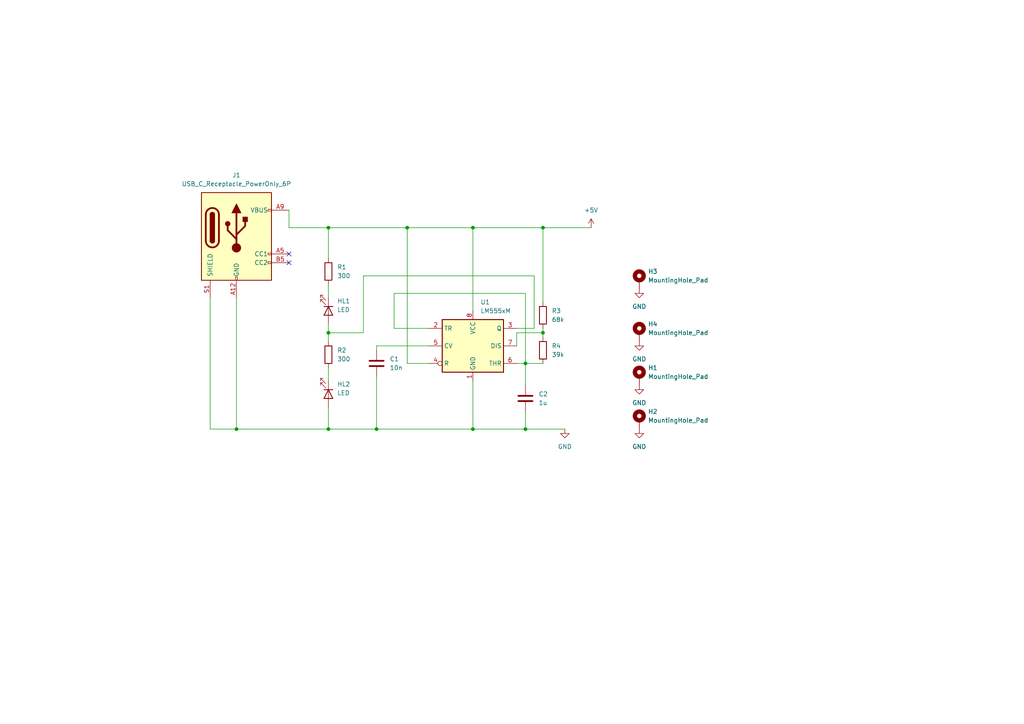
<source format=kicad_sch>
(kicad_sch
	(version 20231120)
	(generator "eeschema")
	(generator_version "8.0")
	(uuid "f89668c7-27f8-4a26-a55d-a05cc750e930")
	(paper "A4")
	(lib_symbols
		(symbol "Connector:USB_C_Receptacle_PowerOnly_6P"
			(pin_names
				(offset 1.016)
			)
			(exclude_from_sim no)
			(in_bom yes)
			(on_board yes)
			(property "Reference" "J"
				(at 0 16.51 0)
				(effects
					(font
						(size 1.27 1.27)
					)
					(justify bottom)
				)
			)
			(property "Value" "USB_C_Receptacle_PowerOnly_6P"
				(at 0 13.97 0)
				(effects
					(font
						(size 1.27 1.27)
					)
					(justify bottom)
				)
			)
			(property "Footprint" ""
				(at 3.81 2.54 0)
				(effects
					(font
						(size 1.27 1.27)
					)
					(hide yes)
				)
			)
			(property "Datasheet" "https://www.usb.org/sites/default/files/documents/usb_type-c.zip"
				(at 0 0 0)
				(effects
					(font
						(size 1.27 1.27)
					)
					(hide yes)
				)
			)
			(property "Description" "USB Power-Only 6P Type-C Receptacle connector"
				(at 0 0 0)
				(effects
					(font
						(size 1.27 1.27)
					)
					(hide yes)
				)
			)
			(property "ki_keywords" "usb universal serial bus type-C power-only charging-only 6P 6C"
				(at 0 0 0)
				(effects
					(font
						(size 1.27 1.27)
					)
					(hide yes)
				)
			)
			(property "ki_fp_filters" "USB*C*Receptacle*"
				(at 0 0 0)
				(effects
					(font
						(size 1.27 1.27)
					)
					(hide yes)
				)
			)
			(symbol "USB_C_Receptacle_PowerOnly_6P_0_0"
				(rectangle
					(start -0.254 -12.7)
					(end 0.254 -11.684)
					(stroke
						(width 0)
						(type default)
					)
					(fill
						(type none)
					)
				)
				(rectangle
					(start 10.16 -7.366)
					(end 9.144 -7.874)
					(stroke
						(width 0)
						(type default)
					)
					(fill
						(type none)
					)
				)
				(rectangle
					(start 10.16 -4.826)
					(end 9.144 -5.334)
					(stroke
						(width 0)
						(type default)
					)
					(fill
						(type none)
					)
				)
				(rectangle
					(start 10.16 7.874)
					(end 9.144 7.366)
					(stroke
						(width 0)
						(type default)
					)
					(fill
						(type none)
					)
				)
			)
			(symbol "USB_C_Receptacle_PowerOnly_6P_0_1"
				(rectangle
					(start -10.16 12.7)
					(end 10.16 -12.7)
					(stroke
						(width 0.254)
						(type default)
					)
					(fill
						(type background)
					)
				)
				(arc
					(start -8.89 -1.27)
					(mid -6.985 -3.1667)
					(end -5.08 -1.27)
					(stroke
						(width 0.508)
						(type default)
					)
					(fill
						(type none)
					)
				)
				(arc
					(start -7.62 -1.27)
					(mid -6.985 -1.9023)
					(end -6.35 -1.27)
					(stroke
						(width 0.254)
						(type default)
					)
					(fill
						(type none)
					)
				)
				(arc
					(start -7.62 -1.27)
					(mid -6.985 -1.9023)
					(end -6.35 -1.27)
					(stroke
						(width 0.254)
						(type default)
					)
					(fill
						(type outline)
					)
				)
				(rectangle
					(start -7.62 -1.27)
					(end -6.35 6.35)
					(stroke
						(width 0.254)
						(type default)
					)
					(fill
						(type outline)
					)
				)
				(arc
					(start -6.35 6.35)
					(mid -6.985 6.9823)
					(end -7.62 6.35)
					(stroke
						(width 0.254)
						(type default)
					)
					(fill
						(type none)
					)
				)
				(arc
					(start -6.35 6.35)
					(mid -6.985 6.9823)
					(end -7.62 6.35)
					(stroke
						(width 0.254)
						(type default)
					)
					(fill
						(type outline)
					)
				)
				(arc
					(start -5.08 6.35)
					(mid -6.985 8.2467)
					(end -8.89 6.35)
					(stroke
						(width 0.508)
						(type default)
					)
					(fill
						(type none)
					)
				)
				(circle
					(center -2.54 3.683)
					(radius 0.635)
					(stroke
						(width 0.254)
						(type default)
					)
					(fill
						(type outline)
					)
				)
				(circle
					(center 0 -3.302)
					(radius 1.27)
					(stroke
						(width 0)
						(type default)
					)
					(fill
						(type outline)
					)
				)
				(polyline
					(pts
						(xy -8.89 -1.27) (xy -8.89 6.35)
					)
					(stroke
						(width 0.508)
						(type default)
					)
					(fill
						(type none)
					)
				)
				(polyline
					(pts
						(xy -5.08 6.35) (xy -5.08 -1.27)
					)
					(stroke
						(width 0.508)
						(type default)
					)
					(fill
						(type none)
					)
				)
				(polyline
					(pts
						(xy 0 -3.302) (xy 0 6.858)
					)
					(stroke
						(width 0.508)
						(type default)
					)
					(fill
						(type none)
					)
				)
				(polyline
					(pts
						(xy 0 -0.762) (xy -2.54 1.778) (xy -2.54 3.048)
					)
					(stroke
						(width 0.508)
						(type default)
					)
					(fill
						(type none)
					)
				)
				(polyline
					(pts
						(xy 0 0.508) (xy 2.54 3.048) (xy 2.54 4.318)
					)
					(stroke
						(width 0.508)
						(type default)
					)
					(fill
						(type none)
					)
				)
				(polyline
					(pts
						(xy -1.27 6.858) (xy 0 9.398) (xy 1.27 6.858) (xy -1.27 6.858)
					)
					(stroke
						(width 0.254)
						(type default)
					)
					(fill
						(type outline)
					)
				)
				(rectangle
					(start 1.905 4.318)
					(end 3.175 5.588)
					(stroke
						(width 0.254)
						(type default)
					)
					(fill
						(type outline)
					)
				)
			)
			(symbol "USB_C_Receptacle_PowerOnly_6P_1_1"
				(pin passive line
					(at 0 -17.78 90)
					(length 5.08)
					(name "GND"
						(effects
							(font
								(size 1.27 1.27)
							)
						)
					)
					(number "A12"
						(effects
							(font
								(size 1.27 1.27)
							)
						)
					)
				)
				(pin bidirectional line
					(at 15.24 -5.08 180)
					(length 5.08)
					(name "CC1"
						(effects
							(font
								(size 1.27 1.27)
							)
						)
					)
					(number "A5"
						(effects
							(font
								(size 1.27 1.27)
							)
						)
					)
				)
				(pin passive line
					(at 15.24 7.62 180)
					(length 5.08)
					(name "VBUS"
						(effects
							(font
								(size 1.27 1.27)
							)
						)
					)
					(number "A9"
						(effects
							(font
								(size 1.27 1.27)
							)
						)
					)
				)
				(pin passive line
					(at 0 -17.78 90)
					(length 5.08) hide
					(name "GND"
						(effects
							(font
								(size 1.27 1.27)
							)
						)
					)
					(number "B12"
						(effects
							(font
								(size 1.27 1.27)
							)
						)
					)
				)
				(pin bidirectional line
					(at 15.24 -7.62 180)
					(length 5.08)
					(name "CC2"
						(effects
							(font
								(size 1.27 1.27)
							)
						)
					)
					(number "B5"
						(effects
							(font
								(size 1.27 1.27)
							)
						)
					)
				)
				(pin passive line
					(at 15.24 7.62 180)
					(length 5.08) hide
					(name "VBUS"
						(effects
							(font
								(size 1.27 1.27)
							)
						)
					)
					(number "B9"
						(effects
							(font
								(size 1.27 1.27)
							)
						)
					)
				)
				(pin passive line
					(at -7.62 -17.78 90)
					(length 5.08)
					(name "SHIELD"
						(effects
							(font
								(size 1.27 1.27)
							)
						)
					)
					(number "S1"
						(effects
							(font
								(size 1.27 1.27)
							)
						)
					)
				)
			)
		)
		(symbol "Device:C"
			(pin_numbers hide)
			(pin_names
				(offset 0.254)
			)
			(exclude_from_sim no)
			(in_bom yes)
			(on_board yes)
			(property "Reference" "C"
				(at 0.635 2.54 0)
				(effects
					(font
						(size 1.27 1.27)
					)
					(justify left)
				)
			)
			(property "Value" "C"
				(at 0.635 -2.54 0)
				(effects
					(font
						(size 1.27 1.27)
					)
					(justify left)
				)
			)
			(property "Footprint" ""
				(at 0.9652 -3.81 0)
				(effects
					(font
						(size 1.27 1.27)
					)
					(hide yes)
				)
			)
			(property "Datasheet" "~"
				(at 0 0 0)
				(effects
					(font
						(size 1.27 1.27)
					)
					(hide yes)
				)
			)
			(property "Description" "Unpolarized capacitor"
				(at 0 0 0)
				(effects
					(font
						(size 1.27 1.27)
					)
					(hide yes)
				)
			)
			(property "ki_keywords" "cap capacitor"
				(at 0 0 0)
				(effects
					(font
						(size 1.27 1.27)
					)
					(hide yes)
				)
			)
			(property "ki_fp_filters" "C_*"
				(at 0 0 0)
				(effects
					(font
						(size 1.27 1.27)
					)
					(hide yes)
				)
			)
			(symbol "C_0_1"
				(polyline
					(pts
						(xy -2.032 -0.762) (xy 2.032 -0.762)
					)
					(stroke
						(width 0.508)
						(type default)
					)
					(fill
						(type none)
					)
				)
				(polyline
					(pts
						(xy -2.032 0.762) (xy 2.032 0.762)
					)
					(stroke
						(width 0.508)
						(type default)
					)
					(fill
						(type none)
					)
				)
			)
			(symbol "C_1_1"
				(pin passive line
					(at 0 3.81 270)
					(length 2.794)
					(name "~"
						(effects
							(font
								(size 1.27 1.27)
							)
						)
					)
					(number "1"
						(effects
							(font
								(size 1.27 1.27)
							)
						)
					)
				)
				(pin passive line
					(at 0 -3.81 90)
					(length 2.794)
					(name "~"
						(effects
							(font
								(size 1.27 1.27)
							)
						)
					)
					(number "2"
						(effects
							(font
								(size 1.27 1.27)
							)
						)
					)
				)
			)
		)
		(symbol "Device:LED"
			(pin_numbers hide)
			(pin_names
				(offset 1.016) hide)
			(exclude_from_sim no)
			(in_bom yes)
			(on_board yes)
			(property "Reference" "D"
				(at 0 2.54 0)
				(effects
					(font
						(size 1.27 1.27)
					)
				)
			)
			(property "Value" "LED"
				(at 0 -2.54 0)
				(effects
					(font
						(size 1.27 1.27)
					)
				)
			)
			(property "Footprint" ""
				(at 0 0 0)
				(effects
					(font
						(size 1.27 1.27)
					)
					(hide yes)
				)
			)
			(property "Datasheet" "~"
				(at 0 0 0)
				(effects
					(font
						(size 1.27 1.27)
					)
					(hide yes)
				)
			)
			(property "Description" "Light emitting diode"
				(at 0 0 0)
				(effects
					(font
						(size 1.27 1.27)
					)
					(hide yes)
				)
			)
			(property "ki_keywords" "LED diode"
				(at 0 0 0)
				(effects
					(font
						(size 1.27 1.27)
					)
					(hide yes)
				)
			)
			(property "ki_fp_filters" "LED* LED_SMD:* LED_THT:*"
				(at 0 0 0)
				(effects
					(font
						(size 1.27 1.27)
					)
					(hide yes)
				)
			)
			(symbol "LED_0_1"
				(polyline
					(pts
						(xy -1.27 -1.27) (xy -1.27 1.27)
					)
					(stroke
						(width 0.254)
						(type default)
					)
					(fill
						(type none)
					)
				)
				(polyline
					(pts
						(xy -1.27 0) (xy 1.27 0)
					)
					(stroke
						(width 0)
						(type default)
					)
					(fill
						(type none)
					)
				)
				(polyline
					(pts
						(xy 1.27 -1.27) (xy 1.27 1.27) (xy -1.27 0) (xy 1.27 -1.27)
					)
					(stroke
						(width 0.254)
						(type default)
					)
					(fill
						(type none)
					)
				)
				(polyline
					(pts
						(xy -3.048 -0.762) (xy -4.572 -2.286) (xy -3.81 -2.286) (xy -4.572 -2.286) (xy -4.572 -1.524)
					)
					(stroke
						(width 0)
						(type default)
					)
					(fill
						(type none)
					)
				)
				(polyline
					(pts
						(xy -1.778 -0.762) (xy -3.302 -2.286) (xy -2.54 -2.286) (xy -3.302 -2.286) (xy -3.302 -1.524)
					)
					(stroke
						(width 0)
						(type default)
					)
					(fill
						(type none)
					)
				)
			)
			(symbol "LED_1_1"
				(pin passive line
					(at -3.81 0 0)
					(length 2.54)
					(name "K"
						(effects
							(font
								(size 1.27 1.27)
							)
						)
					)
					(number "1"
						(effects
							(font
								(size 1.27 1.27)
							)
						)
					)
				)
				(pin passive line
					(at 3.81 0 180)
					(length 2.54)
					(name "A"
						(effects
							(font
								(size 1.27 1.27)
							)
						)
					)
					(number "2"
						(effects
							(font
								(size 1.27 1.27)
							)
						)
					)
				)
			)
		)
		(symbol "Device:R"
			(pin_numbers hide)
			(pin_names
				(offset 0)
			)
			(exclude_from_sim no)
			(in_bom yes)
			(on_board yes)
			(property "Reference" "R"
				(at 2.032 0 90)
				(effects
					(font
						(size 1.27 1.27)
					)
				)
			)
			(property "Value" "R"
				(at 0 0 90)
				(effects
					(font
						(size 1.27 1.27)
					)
				)
			)
			(property "Footprint" ""
				(at -1.778 0 90)
				(effects
					(font
						(size 1.27 1.27)
					)
					(hide yes)
				)
			)
			(property "Datasheet" "~"
				(at 0 0 0)
				(effects
					(font
						(size 1.27 1.27)
					)
					(hide yes)
				)
			)
			(property "Description" "Resistor"
				(at 0 0 0)
				(effects
					(font
						(size 1.27 1.27)
					)
					(hide yes)
				)
			)
			(property "ki_keywords" "R res resistor"
				(at 0 0 0)
				(effects
					(font
						(size 1.27 1.27)
					)
					(hide yes)
				)
			)
			(property "ki_fp_filters" "R_*"
				(at 0 0 0)
				(effects
					(font
						(size 1.27 1.27)
					)
					(hide yes)
				)
			)
			(symbol "R_0_1"
				(rectangle
					(start -1.016 -2.54)
					(end 1.016 2.54)
					(stroke
						(width 0.254)
						(type default)
					)
					(fill
						(type none)
					)
				)
			)
			(symbol "R_1_1"
				(pin passive line
					(at 0 3.81 270)
					(length 1.27)
					(name "~"
						(effects
							(font
								(size 1.27 1.27)
							)
						)
					)
					(number "1"
						(effects
							(font
								(size 1.27 1.27)
							)
						)
					)
				)
				(pin passive line
					(at 0 -3.81 90)
					(length 1.27)
					(name "~"
						(effects
							(font
								(size 1.27 1.27)
							)
						)
					)
					(number "2"
						(effects
							(font
								(size 1.27 1.27)
							)
						)
					)
				)
			)
		)
		(symbol "Mechanical:MountingHole_Pad"
			(pin_numbers hide)
			(pin_names
				(offset 1.016) hide)
			(exclude_from_sim yes)
			(in_bom no)
			(on_board yes)
			(property "Reference" "H"
				(at 0 6.35 0)
				(effects
					(font
						(size 1.27 1.27)
					)
				)
			)
			(property "Value" "MountingHole_Pad"
				(at 0 4.445 0)
				(effects
					(font
						(size 1.27 1.27)
					)
				)
			)
			(property "Footprint" ""
				(at 0 0 0)
				(effects
					(font
						(size 1.27 1.27)
					)
					(hide yes)
				)
			)
			(property "Datasheet" "~"
				(at 0 0 0)
				(effects
					(font
						(size 1.27 1.27)
					)
					(hide yes)
				)
			)
			(property "Description" "Mounting Hole with connection"
				(at 0 0 0)
				(effects
					(font
						(size 1.27 1.27)
					)
					(hide yes)
				)
			)
			(property "ki_keywords" "mounting hole"
				(at 0 0 0)
				(effects
					(font
						(size 1.27 1.27)
					)
					(hide yes)
				)
			)
			(property "ki_fp_filters" "MountingHole*Pad*"
				(at 0 0 0)
				(effects
					(font
						(size 1.27 1.27)
					)
					(hide yes)
				)
			)
			(symbol "MountingHole_Pad_0_1"
				(circle
					(center 0 1.27)
					(radius 1.27)
					(stroke
						(width 1.27)
						(type default)
					)
					(fill
						(type none)
					)
				)
			)
			(symbol "MountingHole_Pad_1_1"
				(pin input line
					(at 0 -2.54 90)
					(length 2.54)
					(name "1"
						(effects
							(font
								(size 1.27 1.27)
							)
						)
					)
					(number "1"
						(effects
							(font
								(size 1.27 1.27)
							)
						)
					)
				)
			)
		)
		(symbol "Timer:LM555xM"
			(exclude_from_sim no)
			(in_bom yes)
			(on_board yes)
			(property "Reference" "U"
				(at -10.16 8.89 0)
				(effects
					(font
						(size 1.27 1.27)
					)
					(justify left)
				)
			)
			(property "Value" "LM555xM"
				(at 2.54 8.89 0)
				(effects
					(font
						(size 1.27 1.27)
					)
					(justify left)
				)
			)
			(property "Footprint" "Package_SO:SOIC-8_3.9x4.9mm_P1.27mm"
				(at 21.59 -10.16 0)
				(effects
					(font
						(size 1.27 1.27)
					)
					(hide yes)
				)
			)
			(property "Datasheet" "http://www.ti.com/lit/ds/symlink/lm555.pdf"
				(at 21.59 -10.16 0)
				(effects
					(font
						(size 1.27 1.27)
					)
					(hide yes)
				)
			)
			(property "Description" "Timer, 555 compatible, SOIC-8"
				(at 0 0 0)
				(effects
					(font
						(size 1.27 1.27)
					)
					(hide yes)
				)
			)
			(property "ki_keywords" "single timer 555"
				(at 0 0 0)
				(effects
					(font
						(size 1.27 1.27)
					)
					(hide yes)
				)
			)
			(property "ki_fp_filters" "SOIC*3.9x4.9mm*P1.27mm*"
				(at 0 0 0)
				(effects
					(font
						(size 1.27 1.27)
					)
					(hide yes)
				)
			)
			(symbol "LM555xM_0_0"
				(pin power_in line
					(at 0 -10.16 90)
					(length 2.54)
					(name "GND"
						(effects
							(font
								(size 1.27 1.27)
							)
						)
					)
					(number "1"
						(effects
							(font
								(size 1.27 1.27)
							)
						)
					)
				)
				(pin power_in line
					(at 0 10.16 270)
					(length 2.54)
					(name "VCC"
						(effects
							(font
								(size 1.27 1.27)
							)
						)
					)
					(number "8"
						(effects
							(font
								(size 1.27 1.27)
							)
						)
					)
				)
			)
			(symbol "LM555xM_0_1"
				(rectangle
					(start -8.89 -7.62)
					(end 8.89 7.62)
					(stroke
						(width 0.254)
						(type default)
					)
					(fill
						(type background)
					)
				)
				(rectangle
					(start -8.89 -7.62)
					(end 8.89 7.62)
					(stroke
						(width 0.254)
						(type default)
					)
					(fill
						(type background)
					)
				)
			)
			(symbol "LM555xM_1_1"
				(pin input line
					(at -12.7 5.08 0)
					(length 3.81)
					(name "TR"
						(effects
							(font
								(size 1.27 1.27)
							)
						)
					)
					(number "2"
						(effects
							(font
								(size 1.27 1.27)
							)
						)
					)
				)
				(pin output line
					(at 12.7 5.08 180)
					(length 3.81)
					(name "Q"
						(effects
							(font
								(size 1.27 1.27)
							)
						)
					)
					(number "3"
						(effects
							(font
								(size 1.27 1.27)
							)
						)
					)
				)
				(pin input inverted
					(at -12.7 -5.08 0)
					(length 3.81)
					(name "R"
						(effects
							(font
								(size 1.27 1.27)
							)
						)
					)
					(number "4"
						(effects
							(font
								(size 1.27 1.27)
							)
						)
					)
				)
				(pin input line
					(at -12.7 0 0)
					(length 3.81)
					(name "CV"
						(effects
							(font
								(size 1.27 1.27)
							)
						)
					)
					(number "5"
						(effects
							(font
								(size 1.27 1.27)
							)
						)
					)
				)
				(pin input line
					(at 12.7 -5.08 180)
					(length 3.81)
					(name "THR"
						(effects
							(font
								(size 1.27 1.27)
							)
						)
					)
					(number "6"
						(effects
							(font
								(size 1.27 1.27)
							)
						)
					)
				)
				(pin input line
					(at 12.7 0 180)
					(length 3.81)
					(name "DIS"
						(effects
							(font
								(size 1.27 1.27)
							)
						)
					)
					(number "7"
						(effects
							(font
								(size 1.27 1.27)
							)
						)
					)
				)
			)
		)
		(symbol "power:+5V"
			(power)
			(pin_numbers hide)
			(pin_names
				(offset 0) hide)
			(exclude_from_sim no)
			(in_bom yes)
			(on_board yes)
			(property "Reference" "#PWR"
				(at 0 -3.81 0)
				(effects
					(font
						(size 1.27 1.27)
					)
					(hide yes)
				)
			)
			(property "Value" "+5V"
				(at 0 3.556 0)
				(effects
					(font
						(size 1.27 1.27)
					)
				)
			)
			(property "Footprint" ""
				(at 0 0 0)
				(effects
					(font
						(size 1.27 1.27)
					)
					(hide yes)
				)
			)
			(property "Datasheet" ""
				(at 0 0 0)
				(effects
					(font
						(size 1.27 1.27)
					)
					(hide yes)
				)
			)
			(property "Description" "Power symbol creates a global label with name \"+5V\""
				(at 0 0 0)
				(effects
					(font
						(size 1.27 1.27)
					)
					(hide yes)
				)
			)
			(property "ki_keywords" "global power"
				(at 0 0 0)
				(effects
					(font
						(size 1.27 1.27)
					)
					(hide yes)
				)
			)
			(symbol "+5V_0_1"
				(polyline
					(pts
						(xy -0.762 1.27) (xy 0 2.54)
					)
					(stroke
						(width 0)
						(type default)
					)
					(fill
						(type none)
					)
				)
				(polyline
					(pts
						(xy 0 0) (xy 0 2.54)
					)
					(stroke
						(width 0)
						(type default)
					)
					(fill
						(type none)
					)
				)
				(polyline
					(pts
						(xy 0 2.54) (xy 0.762 1.27)
					)
					(stroke
						(width 0)
						(type default)
					)
					(fill
						(type none)
					)
				)
			)
			(symbol "+5V_1_1"
				(pin power_in line
					(at 0 0 90)
					(length 0)
					(name "~"
						(effects
							(font
								(size 1.27 1.27)
							)
						)
					)
					(number "1"
						(effects
							(font
								(size 1.27 1.27)
							)
						)
					)
				)
			)
		)
		(symbol "power:GND"
			(power)
			(pin_numbers hide)
			(pin_names
				(offset 0) hide)
			(exclude_from_sim no)
			(in_bom yes)
			(on_board yes)
			(property "Reference" "#PWR"
				(at 0 -6.35 0)
				(effects
					(font
						(size 1.27 1.27)
					)
					(hide yes)
				)
			)
			(property "Value" "GND"
				(at 0 -3.81 0)
				(effects
					(font
						(size 1.27 1.27)
					)
				)
			)
			(property "Footprint" ""
				(at 0 0 0)
				(effects
					(font
						(size 1.27 1.27)
					)
					(hide yes)
				)
			)
			(property "Datasheet" ""
				(at 0 0 0)
				(effects
					(font
						(size 1.27 1.27)
					)
					(hide yes)
				)
			)
			(property "Description" "Power symbol creates a global label with name \"GND\" , ground"
				(at 0 0 0)
				(effects
					(font
						(size 1.27 1.27)
					)
					(hide yes)
				)
			)
			(property "ki_keywords" "global power"
				(at 0 0 0)
				(effects
					(font
						(size 1.27 1.27)
					)
					(hide yes)
				)
			)
			(symbol "GND_0_1"
				(polyline
					(pts
						(xy 0 0) (xy 0 -1.27) (xy 1.27 -1.27) (xy 0 -2.54) (xy -1.27 -1.27) (xy 0 -1.27)
					)
					(stroke
						(width 0)
						(type default)
					)
					(fill
						(type none)
					)
				)
			)
			(symbol "GND_1_1"
				(pin power_in line
					(at 0 0 270)
					(length 0)
					(name "~"
						(effects
							(font
								(size 1.27 1.27)
							)
						)
					)
					(number "1"
						(effects
							(font
								(size 1.27 1.27)
							)
						)
					)
				)
			)
		)
	)
	(junction
		(at 118.11 66.04)
		(diameter 0)
		(color 0 0 0 0)
		(uuid "0e262ae7-f049-4e3d-815e-71f6b89adc96")
	)
	(junction
		(at 95.25 66.04)
		(diameter 0)
		(color 0 0 0 0)
		(uuid "1bea6d85-788c-4a5e-94cc-0892ef4b547d")
	)
	(junction
		(at 137.16 66.04)
		(diameter 0)
		(color 0 0 0 0)
		(uuid "212cea1f-23f6-4a31-8bdc-99456337693c")
	)
	(junction
		(at 152.4 124.46)
		(diameter 0)
		(color 0 0 0 0)
		(uuid "2825d658-685b-4f7a-9ef4-45c3ff684db0")
	)
	(junction
		(at 109.22 124.46)
		(diameter 0)
		(color 0 0 0 0)
		(uuid "2e8b3246-e633-4ea3-911c-9d1a5e804067")
	)
	(junction
		(at 157.48 66.04)
		(diameter 0)
		(color 0 0 0 0)
		(uuid "31672d77-ce3b-4cfb-b793-ff865525baf6")
	)
	(junction
		(at 137.16 124.46)
		(diameter 0)
		(color 0 0 0 0)
		(uuid "3c98dabf-d07a-40e5-b2a9-2da61351345f")
	)
	(junction
		(at 95.25 96.52)
		(diameter 0)
		(color 0 0 0 0)
		(uuid "62b49ec3-a988-48a4-8f1f-d445fb65af79")
	)
	(junction
		(at 152.4 105.41)
		(diameter 0)
		(color 0 0 0 0)
		(uuid "66f2a5d6-5f05-47e4-9354-25624fcead2e")
	)
	(junction
		(at 95.25 124.46)
		(diameter 0)
		(color 0 0 0 0)
		(uuid "6e941efa-b64e-4bec-b959-7d3b9bb8d7e7")
	)
	(junction
		(at 157.48 96.52)
		(diameter 0)
		(color 0 0 0 0)
		(uuid "7cf58e8b-e650-4b05-b4b1-f2104ea953bc")
	)
	(junction
		(at 68.58 124.46)
		(diameter 0)
		(color 0 0 0 0)
		(uuid "da1f0923-8f3c-4753-9a29-1057b12fc18d")
	)
	(no_connect
		(at 83.82 76.2)
		(uuid "9eaf5cb3-781a-40cb-b121-e293f9230fbd")
	)
	(no_connect
		(at 83.82 73.66)
		(uuid "e9797763-4313-4b8f-a921-69cf8ada8de9")
	)
	(wire
		(pts
			(xy 152.4 105.41) (xy 152.4 111.76)
		)
		(stroke
			(width 0)
			(type default)
		)
		(uuid "095d9caf-af20-4740-9dc4-2f127c405d7a")
	)
	(wire
		(pts
			(xy 114.3 95.25) (xy 114.3 85.09)
		)
		(stroke
			(width 0)
			(type default)
		)
		(uuid "0c5f47e7-63c3-4209-bb94-a9d089ec0d26")
	)
	(wire
		(pts
			(xy 149.86 105.41) (xy 152.4 105.41)
		)
		(stroke
			(width 0)
			(type default)
		)
		(uuid "118ebc15-ac9b-4714-9120-634ca58aaeb4")
	)
	(wire
		(pts
			(xy 124.46 95.25) (xy 114.3 95.25)
		)
		(stroke
			(width 0)
			(type default)
		)
		(uuid "12b866ee-2a62-4463-95da-eae1f1781327")
	)
	(wire
		(pts
			(xy 157.48 66.04) (xy 157.48 87.63)
		)
		(stroke
			(width 0)
			(type default)
		)
		(uuid "14715c05-f5d1-492a-a124-678c7fd95af4")
	)
	(wire
		(pts
			(xy 118.11 66.04) (xy 137.16 66.04)
		)
		(stroke
			(width 0)
			(type default)
		)
		(uuid "187c4695-b36a-4030-8eff-e9e21210d5cb")
	)
	(wire
		(pts
			(xy 105.41 80.01) (xy 105.41 96.52)
		)
		(stroke
			(width 0)
			(type default)
		)
		(uuid "20022f3d-cbdc-48c6-b701-4ad7d4c1e86d")
	)
	(wire
		(pts
			(xy 95.25 96.52) (xy 95.25 93.98)
		)
		(stroke
			(width 0)
			(type default)
		)
		(uuid "2c8c59b5-62a3-4724-b94a-6999dcfb1ca0")
	)
	(wire
		(pts
			(xy 149.86 96.52) (xy 157.48 96.52)
		)
		(stroke
			(width 0)
			(type default)
		)
		(uuid "3dab63ae-3f52-471f-b238-4659fa0327bb")
	)
	(wire
		(pts
			(xy 118.11 105.41) (xy 118.11 66.04)
		)
		(stroke
			(width 0)
			(type default)
		)
		(uuid "3e09bd66-379a-49fe-8ed2-5102fc011a33")
	)
	(wire
		(pts
			(xy 137.16 110.49) (xy 137.16 124.46)
		)
		(stroke
			(width 0)
			(type default)
		)
		(uuid "3e7a6033-e207-4a49-af40-fb482a0ba8b8")
	)
	(wire
		(pts
			(xy 109.22 100.33) (xy 109.22 101.6)
		)
		(stroke
			(width 0)
			(type default)
		)
		(uuid "4c196de3-b7cc-4ab6-b020-53101e31b630")
	)
	(wire
		(pts
			(xy 83.82 66.04) (xy 95.25 66.04)
		)
		(stroke
			(width 0)
			(type default)
		)
		(uuid "5278f946-f435-4e62-b497-94e983e798a4")
	)
	(wire
		(pts
			(xy 152.4 85.09) (xy 152.4 105.41)
		)
		(stroke
			(width 0)
			(type default)
		)
		(uuid "674f830b-fe92-4553-a3b1-e54929058676")
	)
	(wire
		(pts
			(xy 157.48 95.25) (xy 157.48 96.52)
		)
		(stroke
			(width 0)
			(type default)
		)
		(uuid "693f0971-5d0a-480d-9074-ce9c52d44ccb")
	)
	(wire
		(pts
			(xy 137.16 124.46) (xy 109.22 124.46)
		)
		(stroke
			(width 0)
			(type default)
		)
		(uuid "695c6cb7-0b93-4be8-b986-fc95647866b8")
	)
	(wire
		(pts
			(xy 137.16 66.04) (xy 137.16 90.17)
		)
		(stroke
			(width 0)
			(type default)
		)
		(uuid "6a08f8b5-4f60-4067-9038-a518253c7f13")
	)
	(wire
		(pts
			(xy 109.22 109.22) (xy 109.22 124.46)
		)
		(stroke
			(width 0)
			(type default)
		)
		(uuid "6a2626f8-47c8-4734-b760-2df1b4ffb621")
	)
	(wire
		(pts
			(xy 149.86 95.25) (xy 154.94 95.25)
		)
		(stroke
			(width 0)
			(type default)
		)
		(uuid "72a871bf-2c07-4268-93f4-84dbad65522a")
	)
	(wire
		(pts
			(xy 68.58 124.46) (xy 95.25 124.46)
		)
		(stroke
			(width 0)
			(type default)
		)
		(uuid "72ebfd06-f393-459b-b267-8826bc532491")
	)
	(wire
		(pts
			(xy 137.16 66.04) (xy 157.48 66.04)
		)
		(stroke
			(width 0)
			(type default)
		)
		(uuid "7325282d-58f0-4674-a1ba-d06be5367b65")
	)
	(wire
		(pts
			(xy 154.94 80.01) (xy 105.41 80.01)
		)
		(stroke
			(width 0)
			(type default)
		)
		(uuid "883ddac8-b445-4fb3-bcd8-9aa515e68d7f")
	)
	(wire
		(pts
			(xy 154.94 95.25) (xy 154.94 80.01)
		)
		(stroke
			(width 0)
			(type default)
		)
		(uuid "88d3178d-6a58-478b-a946-646704de103b")
	)
	(wire
		(pts
			(xy 95.25 99.06) (xy 95.25 96.52)
		)
		(stroke
			(width 0)
			(type default)
		)
		(uuid "8dc5ab92-3ee4-49a2-a201-5900609a463d")
	)
	(wire
		(pts
			(xy 95.25 66.04) (xy 118.11 66.04)
		)
		(stroke
			(width 0)
			(type default)
		)
		(uuid "8fe5c225-5a8b-4758-9f2e-37133409fdc1")
	)
	(wire
		(pts
			(xy 83.82 60.96) (xy 83.82 66.04)
		)
		(stroke
			(width 0)
			(type default)
		)
		(uuid "952a2105-b0a9-410f-a93e-a07bd5ca9162")
	)
	(wire
		(pts
			(xy 95.25 74.93) (xy 95.25 66.04)
		)
		(stroke
			(width 0)
			(type default)
		)
		(uuid "98e13a99-942f-4724-ba37-714f6dcd10fa")
	)
	(wire
		(pts
			(xy 109.22 124.46) (xy 95.25 124.46)
		)
		(stroke
			(width 0)
			(type default)
		)
		(uuid "9c299d94-8990-4700-a9e9-29a61d043e85")
	)
	(wire
		(pts
			(xy 124.46 105.41) (xy 118.11 105.41)
		)
		(stroke
			(width 0)
			(type default)
		)
		(uuid "9c657990-f135-4297-97c1-9d5e27d88bec")
	)
	(wire
		(pts
			(xy 68.58 86.36) (xy 68.58 124.46)
		)
		(stroke
			(width 0)
			(type default)
		)
		(uuid "9cadf4fb-3f91-4998-b6fe-0bc0398ad6f7")
	)
	(wire
		(pts
			(xy 149.86 100.33) (xy 149.86 96.52)
		)
		(stroke
			(width 0)
			(type default)
		)
		(uuid "9d2d4406-6a5b-4ad2-a657-d476d41c7868")
	)
	(wire
		(pts
			(xy 163.83 124.46) (xy 152.4 124.46)
		)
		(stroke
			(width 0)
			(type default)
		)
		(uuid "a3cb44e0-4331-4769-a35f-1cb9daf04d8c")
	)
	(wire
		(pts
			(xy 60.96 124.46) (xy 60.96 86.36)
		)
		(stroke
			(width 0)
			(type default)
		)
		(uuid "b2d0a3ff-0d76-4e25-899e-5be6a82d12e1")
	)
	(wire
		(pts
			(xy 95.25 86.36) (xy 95.25 82.55)
		)
		(stroke
			(width 0)
			(type default)
		)
		(uuid "b46e21b7-0ed4-4e80-a93d-d72a63c38c14")
	)
	(wire
		(pts
			(xy 157.48 66.04) (xy 171.45 66.04)
		)
		(stroke
			(width 0)
			(type default)
		)
		(uuid "b896a3a7-5919-467d-9df1-9ac03202d168")
	)
	(wire
		(pts
			(xy 124.46 100.33) (xy 109.22 100.33)
		)
		(stroke
			(width 0)
			(type default)
		)
		(uuid "c22e8c19-79b2-414e-bfbc-0ba9838bcbc7")
	)
	(wire
		(pts
			(xy 152.4 105.41) (xy 157.48 105.41)
		)
		(stroke
			(width 0)
			(type default)
		)
		(uuid "cb556854-cc80-4698-9274-7fe0f0c5eabc")
	)
	(wire
		(pts
			(xy 95.25 124.46) (xy 95.25 118.11)
		)
		(stroke
			(width 0)
			(type default)
		)
		(uuid "d66cb809-57db-4265-8a1a-cea7919932c4")
	)
	(wire
		(pts
			(xy 114.3 85.09) (xy 152.4 85.09)
		)
		(stroke
			(width 0)
			(type default)
		)
		(uuid "e57de1c1-c289-42a8-ae9e-e7e7c556a5ea")
	)
	(wire
		(pts
			(xy 157.48 96.52) (xy 157.48 97.79)
		)
		(stroke
			(width 0)
			(type default)
		)
		(uuid "ea0e9647-334e-4537-8918-419a1ac1577b")
	)
	(wire
		(pts
			(xy 60.96 124.46) (xy 68.58 124.46)
		)
		(stroke
			(width 0)
			(type default)
		)
		(uuid "ebe61847-9952-4e9b-821f-549b6a175eff")
	)
	(wire
		(pts
			(xy 152.4 119.38) (xy 152.4 124.46)
		)
		(stroke
			(width 0)
			(type default)
		)
		(uuid "ed2b3b52-198f-4ce6-aa4e-d6a655c023d7")
	)
	(wire
		(pts
			(xy 105.41 96.52) (xy 95.25 96.52)
		)
		(stroke
			(width 0)
			(type default)
		)
		(uuid "f0e7bfd3-da09-4bb6-8808-02b7137b09ab")
	)
	(wire
		(pts
			(xy 95.25 110.49) (xy 95.25 106.68)
		)
		(stroke
			(width 0)
			(type default)
		)
		(uuid "f14da5e0-2d8e-4bf5-ad9d-1bc6f0302b2d")
	)
	(wire
		(pts
			(xy 152.4 124.46) (xy 137.16 124.46)
		)
		(stroke
			(width 0)
			(type default)
		)
		(uuid "f77b898f-ed0e-43f0-9915-7fa272c675b0")
	)
	(symbol
		(lib_id "Mechanical:MountingHole_Pad")
		(at 185.42 121.92 0)
		(unit 1)
		(exclude_from_sim yes)
		(in_bom no)
		(on_board yes)
		(dnp no)
		(fields_autoplaced yes)
		(uuid "199a637b-acdd-4d5a-a475-3f9db0df394c")
		(property "Reference" "H2"
			(at 187.96 119.3799 0)
			(effects
				(font
					(size 1.27 1.27)
				)
				(justify left)
			)
		)
		(property "Value" "MountingHole_Pad"
			(at 187.96 121.9199 0)
			(effects
				(font
					(size 1.27 1.27)
				)
				(justify left)
			)
		)
		(property "Footprint" "MountingHole:MountingHole_3.5mm_Pad_Via"
			(at 185.42 121.92 0)
			(effects
				(font
					(size 1.27 1.27)
				)
				(hide yes)
			)
		)
		(property "Datasheet" "~"
			(at 185.42 121.92 0)
			(effects
				(font
					(size 1.27 1.27)
				)
				(hide yes)
			)
		)
		(property "Description" "Mounting Hole with connection"
			(at 185.42 121.92 0)
			(effects
				(font
					(size 1.27 1.27)
				)
				(hide yes)
			)
		)
		(pin "1"
			(uuid "925ca9a3-418c-4b3f-8f3d-c964cb93db74")
		)
		(instances
			(project "Pcb_intro_timer"
				(path "/f89668c7-27f8-4a26-a55d-a05cc750e930"
					(reference "H2")
					(unit 1)
				)
			)
		)
	)
	(symbol
		(lib_id "Device:C")
		(at 109.22 105.41 0)
		(unit 1)
		(exclude_from_sim no)
		(in_bom yes)
		(on_board yes)
		(dnp no)
		(fields_autoplaced yes)
		(uuid "4bf29bc5-3b1b-4b4e-800d-f7925915af6c")
		(property "Reference" "C1"
			(at 113.03 104.1399 0)
			(effects
				(font
					(size 1.27 1.27)
				)
				(justify left)
			)
		)
		(property "Value" "10n"
			(at 113.03 106.6799 0)
			(effects
				(font
					(size 1.27 1.27)
				)
				(justify left)
			)
		)
		(property "Footprint" "Capacitor_SMD:C_0805_2012Metric"
			(at 110.1852 109.22 0)
			(effects
				(font
					(size 1.27 1.27)
				)
				(hide yes)
			)
		)
		(property "Datasheet" "~"
			(at 109.22 105.41 0)
			(effects
				(font
					(size 1.27 1.27)
				)
				(hide yes)
			)
		)
		(property "Description" "Unpolarized capacitor"
			(at 109.22 105.41 0)
			(effects
				(font
					(size 1.27 1.27)
				)
				(hide yes)
			)
		)
		(property "URL" "https://store.comet.bg/Catalogue/Product/18706/"
			(at 109.22 105.41 0)
			(effects
				(font
					(size 1.27 1.27)
				)
				(hide yes)
			)
		)
		(pin "1"
			(uuid "40ba5cc6-9821-47e2-8e1d-f42bfb43a7fa")
		)
		(pin "2"
			(uuid "e93005a1-183b-4a4d-a4d0-1749f510241f")
		)
		(instances
			(project "Pcb_intro_timer"
				(path "/f89668c7-27f8-4a26-a55d-a05cc750e930"
					(reference "C1")
					(unit 1)
				)
			)
		)
	)
	(symbol
		(lib_id "Device:LED")
		(at 95.25 114.3 270)
		(unit 1)
		(exclude_from_sim no)
		(in_bom yes)
		(on_board yes)
		(dnp no)
		(fields_autoplaced yes)
		(uuid "5275defa-020a-42ea-b38d-f6bddf4c2926")
		(property "Reference" "HL2"
			(at 97.79 111.4424 90)
			(effects
				(font
					(size 1.27 1.27)
				)
				(justify left)
			)
		)
		(property "Value" "LED"
			(at 97.79 113.9824 90)
			(effects
				(font
					(size 1.27 1.27)
				)
				(justify left)
			)
		)
		(property "Footprint" "LED_SMD:LED_0805_2012Metric"
			(at 95.25 114.3 0)
			(effects
				(font
					(size 1.27 1.27)
				)
				(hide yes)
			)
		)
		(property "Datasheet" "~"
			(at 95.25 114.3 0)
			(effects
				(font
					(size 1.27 1.27)
				)
				(hide yes)
			)
		)
		(property "Description" "Light emitting diode"
			(at 95.25 114.3 0)
			(effects
				(font
					(size 1.27 1.27)
				)
				(hide yes)
			)
		)
		(property "URL" "https://store.comet.bg/Catalogue/Product/14082/"
			(at 95.25 114.3 90)
			(effects
				(font
					(size 1.27 1.27)
				)
				(hide yes)
			)
		)
		(pin "2"
			(uuid "e4f4a83b-97b4-4c26-87f0-a219908af445")
		)
		(pin "1"
			(uuid "a374e4e0-0508-4493-9786-5459e1deffec")
		)
		(instances
			(project "Pcb_intro_timer"
				(path "/f89668c7-27f8-4a26-a55d-a05cc750e930"
					(reference "HL2")
					(unit 1)
				)
			)
		)
	)
	(symbol
		(lib_id "Device:LED")
		(at 95.25 90.17 270)
		(unit 1)
		(exclude_from_sim no)
		(in_bom yes)
		(on_board yes)
		(dnp no)
		(fields_autoplaced yes)
		(uuid "5d4d1101-57b1-44eb-bfd6-cf0f5228476a")
		(property "Reference" "HL1"
			(at 97.79 87.3124 90)
			(effects
				(font
					(size 1.27 1.27)
				)
				(justify left)
			)
		)
		(property "Value" "LED"
			(at 97.79 89.8524 90)
			(effects
				(font
					(size 1.27 1.27)
				)
				(justify left)
			)
		)
		(property "Footprint" "LED_SMD:LED_0805_2012Metric"
			(at 95.25 90.17 0)
			(effects
				(font
					(size 1.27 1.27)
				)
				(hide yes)
			)
		)
		(property "Datasheet" "~"
			(at 95.25 90.17 0)
			(effects
				(font
					(size 1.27 1.27)
				)
				(hide yes)
			)
		)
		(property "Description" "Light emitting diode"
			(at 95.25 90.17 0)
			(effects
				(font
					(size 1.27 1.27)
				)
				(hide yes)
			)
		)
		(property "URL" "https://store.comet.bg/Catalogue/Product/50232/"
			(at 95.25 90.17 90)
			(effects
				(font
					(size 1.27 1.27)
				)
				(hide yes)
			)
		)
		(pin "2"
			(uuid "8661fb11-fdfa-472d-be02-a2282804bc80")
		)
		(pin "1"
			(uuid "d12a1e19-f6a0-440f-8d3a-3368cd38a5d8")
		)
		(instances
			(project "Pcb_intro_timer"
				(path "/f89668c7-27f8-4a26-a55d-a05cc750e930"
					(reference "HL1")
					(unit 1)
				)
			)
		)
	)
	(symbol
		(lib_id "power:GND")
		(at 185.42 83.82 0)
		(unit 1)
		(exclude_from_sim no)
		(in_bom yes)
		(on_board yes)
		(dnp no)
		(fields_autoplaced yes)
		(uuid "6854a756-8b75-4f1b-b4bb-547fcb1bf9ac")
		(property "Reference" "#PWR02"
			(at 185.42 90.17 0)
			(effects
				(font
					(size 1.27 1.27)
				)
				(hide yes)
			)
		)
		(property "Value" "GND"
			(at 185.42 88.9 0)
			(effects
				(font
					(size 1.27 1.27)
				)
			)
		)
		(property "Footprint" ""
			(at 185.42 83.82 0)
			(effects
				(font
					(size 1.27 1.27)
				)
				(hide yes)
			)
		)
		(property "Datasheet" ""
			(at 185.42 83.82 0)
			(effects
				(font
					(size 1.27 1.27)
				)
				(hide yes)
			)
		)
		(property "Description" "Power symbol creates a global label with name \"GND\" , ground"
			(at 185.42 83.82 0)
			(effects
				(font
					(size 1.27 1.27)
				)
				(hide yes)
			)
		)
		(pin "1"
			(uuid "4b751063-00d5-4538-ad46-52b1b633f29a")
		)
		(instances
			(project "Pcb_intro_timer"
				(path "/f89668c7-27f8-4a26-a55d-a05cc750e930"
					(reference "#PWR02")
					(unit 1)
				)
			)
		)
	)
	(symbol
		(lib_id "Mechanical:MountingHole_Pad")
		(at 185.42 81.28 0)
		(unit 1)
		(exclude_from_sim yes)
		(in_bom no)
		(on_board yes)
		(dnp no)
		(fields_autoplaced yes)
		(uuid "6966df6f-8339-444c-a2d0-e9c6d3cbecd5")
		(property "Reference" "H3"
			(at 187.96 78.7399 0)
			(effects
				(font
					(size 1.27 1.27)
				)
				(justify left)
			)
		)
		(property "Value" "MountingHole_Pad"
			(at 187.96 81.2799 0)
			(effects
				(font
					(size 1.27 1.27)
				)
				(justify left)
			)
		)
		(property "Footprint" "MountingHole:MountingHole_3.5mm_Pad_Via"
			(at 185.42 81.28 0)
			(effects
				(font
					(size 1.27 1.27)
				)
				(hide yes)
			)
		)
		(property "Datasheet" "~"
			(at 185.42 81.28 0)
			(effects
				(font
					(size 1.27 1.27)
				)
				(hide yes)
			)
		)
		(property "Description" "Mounting Hole with connection"
			(at 185.42 81.28 0)
			(effects
				(font
					(size 1.27 1.27)
				)
				(hide yes)
			)
		)
		(pin "1"
			(uuid "5971fdc0-af5b-4a36-8d4b-6eeded615828")
		)
		(instances
			(project ""
				(path "/f89668c7-27f8-4a26-a55d-a05cc750e930"
					(reference "H3")
					(unit 1)
				)
			)
		)
	)
	(symbol
		(lib_id "power:GND")
		(at 163.83 124.46 0)
		(unit 1)
		(exclude_from_sim no)
		(in_bom yes)
		(on_board yes)
		(dnp no)
		(fields_autoplaced yes)
		(uuid "6eab5445-fad1-4153-a67a-6f78001e1504")
		(property "Reference" "#PWR01"
			(at 163.83 130.81 0)
			(effects
				(font
					(size 1.27 1.27)
				)
				(hide yes)
			)
		)
		(property "Value" "GND"
			(at 163.83 129.54 0)
			(effects
				(font
					(size 1.27 1.27)
				)
			)
		)
		(property "Footprint" ""
			(at 163.83 124.46 0)
			(effects
				(font
					(size 1.27 1.27)
				)
				(hide yes)
			)
		)
		(property "Datasheet" ""
			(at 163.83 124.46 0)
			(effects
				(font
					(size 1.27 1.27)
				)
				(hide yes)
			)
		)
		(property "Description" "Power symbol creates a global label with name \"GND\" , ground"
			(at 163.83 124.46 0)
			(effects
				(font
					(size 1.27 1.27)
				)
				(hide yes)
			)
		)
		(pin "1"
			(uuid "b4d8d9f0-be4f-4410-860a-f5f13afe86ed")
		)
		(instances
			(project ""
				(path "/f89668c7-27f8-4a26-a55d-a05cc750e930"
					(reference "#PWR01")
					(unit 1)
				)
			)
		)
	)
	(symbol
		(lib_id "power:GND")
		(at 185.42 111.76 0)
		(unit 1)
		(exclude_from_sim no)
		(in_bom yes)
		(on_board yes)
		(dnp no)
		(fields_autoplaced yes)
		(uuid "84920050-b5df-4bd5-9a2d-21ac03e3e8ab")
		(property "Reference" "#PWR04"
			(at 185.42 118.11 0)
			(effects
				(font
					(size 1.27 1.27)
				)
				(hide yes)
			)
		)
		(property "Value" "GND"
			(at 185.42 116.84 0)
			(effects
				(font
					(size 1.27 1.27)
				)
			)
		)
		(property "Footprint" ""
			(at 185.42 111.76 0)
			(effects
				(font
					(size 1.27 1.27)
				)
				(hide yes)
			)
		)
		(property "Datasheet" ""
			(at 185.42 111.76 0)
			(effects
				(font
					(size 1.27 1.27)
				)
				(hide yes)
			)
		)
		(property "Description" "Power symbol creates a global label with name \"GND\" , ground"
			(at 185.42 111.76 0)
			(effects
				(font
					(size 1.27 1.27)
				)
				(hide yes)
			)
		)
		(pin "1"
			(uuid "c0b975c3-c2fa-478d-b9d3-653a4f7d75ee")
		)
		(instances
			(project "Pcb_intro_timer"
				(path "/f89668c7-27f8-4a26-a55d-a05cc750e930"
					(reference "#PWR04")
					(unit 1)
				)
			)
		)
	)
	(symbol
		(lib_id "Device:R")
		(at 157.48 101.6 0)
		(unit 1)
		(exclude_from_sim no)
		(in_bom yes)
		(on_board yes)
		(dnp no)
		(fields_autoplaced yes)
		(uuid "879e0a46-16e8-4364-9ff1-a73fa6a2c8b1")
		(property "Reference" "R4"
			(at 160.02 100.3299 0)
			(effects
				(font
					(size 1.27 1.27)
				)
				(justify left)
			)
		)
		(property "Value" "39k"
			(at 160.02 102.8699 0)
			(effects
				(font
					(size 1.27 1.27)
				)
				(justify left)
			)
		)
		(property "Footprint" "Resistor_SMD:R_0805_2012Metric"
			(at 155.702 101.6 90)
			(effects
				(font
					(size 1.27 1.27)
				)
				(hide yes)
			)
		)
		(property "Datasheet" "~"
			(at 157.48 101.6 0)
			(effects
				(font
					(size 1.27 1.27)
				)
				(hide yes)
			)
		)
		(property "Description" "Resistor"
			(at 157.48 101.6 0)
			(effects
				(font
					(size 1.27 1.27)
				)
				(hide yes)
			)
		)
		(property "URL" "https://store.comet.bg/Catalogue/Product/35406/"
			(at 157.48 101.6 0)
			(effects
				(font
					(size 1.27 1.27)
				)
				(hide yes)
			)
		)
		(pin "2"
			(uuid "44a81f6b-9398-4679-a117-0dbd42c1e344")
		)
		(pin "1"
			(uuid "84a8b945-3bcb-436e-8e14-2a06fe3984b4")
		)
		(instances
			(project "Pcb_intro_timer"
				(path "/f89668c7-27f8-4a26-a55d-a05cc750e930"
					(reference "R4")
					(unit 1)
				)
			)
		)
	)
	(symbol
		(lib_id "Device:C")
		(at 152.4 115.57 0)
		(unit 1)
		(exclude_from_sim no)
		(in_bom yes)
		(on_board yes)
		(dnp no)
		(fields_autoplaced yes)
		(uuid "8818d0ae-d749-486a-9a05-861bdf2ebbb5")
		(property "Reference" "C2"
			(at 156.21 114.2999 0)
			(effects
				(font
					(size 1.27 1.27)
				)
				(justify left)
			)
		)
		(property "Value" "1u"
			(at 156.21 116.8399 0)
			(effects
				(font
					(size 1.27 1.27)
				)
				(justify left)
			)
		)
		(property "Footprint" "Capacitor_SMD:C_0805_2012Metric"
			(at 153.3652 119.38 0)
			(effects
				(font
					(size 1.27 1.27)
				)
				(hide yes)
			)
		)
		(property "Datasheet" "~"
			(at 152.4 115.57 0)
			(effects
				(font
					(size 1.27 1.27)
				)
				(hide yes)
			)
		)
		(property "Description" "Unpolarized capacitor"
			(at 152.4 115.57 0)
			(effects
				(font
					(size 1.27 1.27)
				)
				(hide yes)
			)
		)
		(property "URL" "https://store.comet.bg/Catalogue/Product/48940/"
			(at 152.4 115.57 0)
			(effects
				(font
					(size 1.27 1.27)
				)
				(hide yes)
			)
		)
		(pin "1"
			(uuid "09a5bffc-f784-4c2c-98d6-39ee860b6325")
		)
		(pin "2"
			(uuid "c1b3c5e2-bd5b-4d03-8b60-ecf48cf6e323")
		)
		(instances
			(project "Pcb_intro_timer"
				(path "/f89668c7-27f8-4a26-a55d-a05cc750e930"
					(reference "C2")
					(unit 1)
				)
			)
		)
	)
	(symbol
		(lib_id "Mechanical:MountingHole_Pad")
		(at 185.42 109.22 0)
		(unit 1)
		(exclude_from_sim yes)
		(in_bom no)
		(on_board yes)
		(dnp no)
		(fields_autoplaced yes)
		(uuid "97828927-121c-4ae2-80ce-9e68983609f5")
		(property "Reference" "H1"
			(at 187.96 106.6799 0)
			(effects
				(font
					(size 1.27 1.27)
				)
				(justify left)
			)
		)
		(property "Value" "MountingHole_Pad"
			(at 187.96 109.2199 0)
			(effects
				(font
					(size 1.27 1.27)
				)
				(justify left)
			)
		)
		(property "Footprint" "MountingHole:MountingHole_3.5mm_Pad_Via"
			(at 185.42 109.22 0)
			(effects
				(font
					(size 1.27 1.27)
				)
				(hide yes)
			)
		)
		(property "Datasheet" "~"
			(at 185.42 109.22 0)
			(effects
				(font
					(size 1.27 1.27)
				)
				(hide yes)
			)
		)
		(property "Description" "Mounting Hole with connection"
			(at 185.42 109.22 0)
			(effects
				(font
					(size 1.27 1.27)
				)
				(hide yes)
			)
		)
		(pin "1"
			(uuid "08a26d62-24ec-449e-8dd1-c73ffd17bca7")
		)
		(instances
			(project "Pcb_intro_timer"
				(path "/f89668c7-27f8-4a26-a55d-a05cc750e930"
					(reference "H1")
					(unit 1)
				)
			)
		)
	)
	(symbol
		(lib_id "Device:R")
		(at 95.25 102.87 0)
		(unit 1)
		(exclude_from_sim no)
		(in_bom yes)
		(on_board yes)
		(dnp no)
		(fields_autoplaced yes)
		(uuid "9d251c1c-b4d9-4689-ac1f-b180fd074c26")
		(property "Reference" "R2"
			(at 97.79 101.5999 0)
			(effects
				(font
					(size 1.27 1.27)
				)
				(justify left)
			)
		)
		(property "Value" "300"
			(at 97.79 104.1399 0)
			(effects
				(font
					(size 1.27 1.27)
				)
				(justify left)
			)
		)
		(property "Footprint" "Resistor_SMD:R_0805_2012Metric"
			(at 93.472 102.87 90)
			(effects
				(font
					(size 1.27 1.27)
				)
				(hide yes)
			)
		)
		(property "Datasheet" "~"
			(at 95.25 102.87 0)
			(effects
				(font
					(size 1.27 1.27)
				)
				(hide yes)
			)
		)
		(property "Description" "Resistor"
			(at 95.25 102.87 0)
			(effects
				(font
					(size 1.27 1.27)
				)
				(hide yes)
			)
		)
		(property "URL" "https://store.comet.bg/Catalogue/Product/36115/"
			(at 95.25 102.87 0)
			(effects
				(font
					(size 1.27 1.27)
				)
				(hide yes)
			)
		)
		(pin "2"
			(uuid "72b5d7d0-db4c-43fa-a86c-405bd8948e67")
		)
		(pin "1"
			(uuid "6ff076b4-a9cd-4168-9931-c8f54e542579")
		)
		(instances
			(project "Pcb_intro_timer"
				(path "/f89668c7-27f8-4a26-a55d-a05cc750e930"
					(reference "R2")
					(unit 1)
				)
			)
		)
	)
	(symbol
		(lib_id "Connector:USB_C_Receptacle_PowerOnly_6P")
		(at 68.58 68.58 0)
		(unit 1)
		(exclude_from_sim no)
		(in_bom yes)
		(on_board yes)
		(dnp no)
		(fields_autoplaced yes)
		(uuid "a3a9f23c-6175-4f4a-9511-063ddd81719d")
		(property "Reference" "J1"
			(at 68.58 50.8 0)
			(effects
				(font
					(size 1.27 1.27)
				)
			)
		)
		(property "Value" "USB_C_Receptacle_PowerOnly_6P"
			(at 68.58 53.34 0)
			(effects
				(font
					(size 1.27 1.27)
				)
			)
		)
		(property "Footprint" "Connector_USB:USB_C_Receptacle_GCT_USB4135-GF-A_6P_TopMnt_Horizontal"
			(at 72.39 66.04 0)
			(effects
				(font
					(size 1.27 1.27)
				)
				(hide yes)
			)
		)
		(property "Datasheet" "https://www.usb.org/sites/default/files/documents/usb_type-c.zip"
			(at 68.58 68.58 0)
			(effects
				(font
					(size 1.27 1.27)
				)
				(hide yes)
			)
		)
		(property "Description" "USB Power-Only 6P Type-C Receptacle connector"
			(at 68.58 68.58 0)
			(effects
				(font
					(size 1.27 1.27)
				)
				(hide yes)
			)
		)
		(pin "A9"
			(uuid "de07581b-7914-4de7-b1e1-687ef2d42203")
		)
		(pin "B5"
			(uuid "47ea710f-cecc-4e16-9a39-856d964fd2e0")
		)
		(pin "S1"
			(uuid "3764c099-e0ea-4e62-ab20-b1801a660320")
		)
		(pin "A12"
			(uuid "a772d7b9-ff36-412b-8aa0-660c0ac0aa2a")
		)
		(pin "B12"
			(uuid "d37cb9e7-f50d-4998-b627-6921502c9820")
		)
		(pin "A5"
			(uuid "815f8e31-2d15-4bb4-a926-ae3b05e96aaf")
		)
		(pin "B9"
			(uuid "deabda70-2595-421d-a1bd-fadc0a7c650b")
		)
		(instances
			(project ""
				(path "/f89668c7-27f8-4a26-a55d-a05cc750e930"
					(reference "J1")
					(unit 1)
				)
			)
		)
	)
	(symbol
		(lib_id "power:+5V")
		(at 171.45 66.04 0)
		(unit 1)
		(exclude_from_sim no)
		(in_bom yes)
		(on_board yes)
		(dnp no)
		(fields_autoplaced yes)
		(uuid "a3cf529f-50bf-4567-bee9-011e97bd957b")
		(property "Reference" "#PWR06"
			(at 171.45 69.85 0)
			(effects
				(font
					(size 1.27 1.27)
				)
				(hide yes)
			)
		)
		(property "Value" "+5V"
			(at 171.45 60.96 0)
			(effects
				(font
					(size 1.27 1.27)
				)
			)
		)
		(property "Footprint" ""
			(at 171.45 66.04 0)
			(effects
				(font
					(size 1.27 1.27)
				)
				(hide yes)
			)
		)
		(property "Datasheet" ""
			(at 171.45 66.04 0)
			(effects
				(font
					(size 1.27 1.27)
				)
				(hide yes)
			)
		)
		(property "Description" "Power symbol creates a global label with name \"+5V\""
			(at 171.45 66.04 0)
			(effects
				(font
					(size 1.27 1.27)
				)
				(hide yes)
			)
		)
		(pin "1"
			(uuid "d92d403d-0d6a-470a-8419-4d10378a6488")
		)
		(instances
			(project ""
				(path "/f89668c7-27f8-4a26-a55d-a05cc750e930"
					(reference "#PWR06")
					(unit 1)
				)
			)
		)
	)
	(symbol
		(lib_id "power:GND")
		(at 185.42 124.46 0)
		(unit 1)
		(exclude_from_sim no)
		(in_bom yes)
		(on_board yes)
		(dnp no)
		(fields_autoplaced yes)
		(uuid "b35579d6-3bab-4f22-85f2-25e049024d6e")
		(property "Reference" "#PWR05"
			(at 185.42 130.81 0)
			(effects
				(font
					(size 1.27 1.27)
				)
				(hide yes)
			)
		)
		(property "Value" "GND"
			(at 185.42 129.54 0)
			(effects
				(font
					(size 1.27 1.27)
				)
			)
		)
		(property "Footprint" ""
			(at 185.42 124.46 0)
			(effects
				(font
					(size 1.27 1.27)
				)
				(hide yes)
			)
		)
		(property "Datasheet" ""
			(at 185.42 124.46 0)
			(effects
				(font
					(size 1.27 1.27)
				)
				(hide yes)
			)
		)
		(property "Description" "Power symbol creates a global label with name \"GND\" , ground"
			(at 185.42 124.46 0)
			(effects
				(font
					(size 1.27 1.27)
				)
				(hide yes)
			)
		)
		(pin "1"
			(uuid "b4592d65-ac6b-47c3-9445-ad72e52e0c91")
		)
		(instances
			(project "Pcb_intro_timer"
				(path "/f89668c7-27f8-4a26-a55d-a05cc750e930"
					(reference "#PWR05")
					(unit 1)
				)
			)
		)
	)
	(symbol
		(lib_id "Device:R")
		(at 95.25 78.74 0)
		(unit 1)
		(exclude_from_sim no)
		(in_bom yes)
		(on_board yes)
		(dnp no)
		(fields_autoplaced yes)
		(uuid "b6294e9a-a836-4eec-b907-4546e6ff4e2a")
		(property "Reference" "R1"
			(at 97.79 77.4699 0)
			(effects
				(font
					(size 1.27 1.27)
				)
				(justify left)
			)
		)
		(property "Value" "300"
			(at 97.79 80.0099 0)
			(effects
				(font
					(size 1.27 1.27)
				)
				(justify left)
			)
		)
		(property "Footprint" "Resistor_SMD:R_0805_2012Metric"
			(at 93.472 78.74 90)
			(effects
				(font
					(size 1.27 1.27)
				)
				(hide yes)
			)
		)
		(property "Datasheet" "~"
			(at 95.25 78.74 0)
			(effects
				(font
					(size 1.27 1.27)
				)
				(hide yes)
			)
		)
		(property "Description" "Resistor"
			(at 95.25 78.74 0)
			(effects
				(font
					(size 1.27 1.27)
				)
				(hide yes)
			)
		)
		(property "URL" "https://store.comet.bg/Catalogue/Product/36115/"
			(at 95.25 78.74 0)
			(effects
				(font
					(size 1.27 1.27)
				)
				(hide yes)
			)
		)
		(pin "2"
			(uuid "2f0dfac9-6f68-4391-8d57-d6a0f36438dc")
		)
		(pin "1"
			(uuid "18c6b8db-0c54-4e82-b4b1-a2fda244e860")
		)
		(instances
			(project "Pcb_intro_timer"
				(path "/f89668c7-27f8-4a26-a55d-a05cc750e930"
					(reference "R1")
					(unit 1)
				)
			)
		)
	)
	(symbol
		(lib_id "power:GND")
		(at 185.42 99.06 0)
		(unit 1)
		(exclude_from_sim no)
		(in_bom yes)
		(on_board yes)
		(dnp no)
		(fields_autoplaced yes)
		(uuid "bdac4610-e1e6-4dc4-a62d-bf6b94271742")
		(property "Reference" "#PWR03"
			(at 185.42 105.41 0)
			(effects
				(font
					(size 1.27 1.27)
				)
				(hide yes)
			)
		)
		(property "Value" "GND"
			(at 185.42 104.14 0)
			(effects
				(font
					(size 1.27 1.27)
				)
			)
		)
		(property "Footprint" ""
			(at 185.42 99.06 0)
			(effects
				(font
					(size 1.27 1.27)
				)
				(hide yes)
			)
		)
		(property "Datasheet" ""
			(at 185.42 99.06 0)
			(effects
				(font
					(size 1.27 1.27)
				)
				(hide yes)
			)
		)
		(property "Description" "Power symbol creates a global label with name \"GND\" , ground"
			(at 185.42 99.06 0)
			(effects
				(font
					(size 1.27 1.27)
				)
				(hide yes)
			)
		)
		(pin "1"
			(uuid "0279a4d9-517d-4969-97fe-61b5e0cdd322")
		)
		(instances
			(project "Pcb_intro_timer"
				(path "/f89668c7-27f8-4a26-a55d-a05cc750e930"
					(reference "#PWR03")
					(unit 1)
				)
			)
		)
	)
	(symbol
		(lib_id "Mechanical:MountingHole_Pad")
		(at 185.42 96.52 0)
		(unit 1)
		(exclude_from_sim yes)
		(in_bom no)
		(on_board yes)
		(dnp no)
		(fields_autoplaced yes)
		(uuid "c5208b41-9f88-478f-92ed-f3f3e291c3d8")
		(property "Reference" "H4"
			(at 187.96 93.9799 0)
			(effects
				(font
					(size 1.27 1.27)
				)
				(justify left)
			)
		)
		(property "Value" "MountingHole_Pad"
			(at 187.96 96.5199 0)
			(effects
				(font
					(size 1.27 1.27)
				)
				(justify left)
			)
		)
		(property "Footprint" "MountingHole:MountingHole_3.5mm_Pad_Via"
			(at 185.42 96.52 0)
			(effects
				(font
					(size 1.27 1.27)
				)
				(hide yes)
			)
		)
		(property "Datasheet" "~"
			(at 185.42 96.52 0)
			(effects
				(font
					(size 1.27 1.27)
				)
				(hide yes)
			)
		)
		(property "Description" "Mounting Hole with connection"
			(at 185.42 96.52 0)
			(effects
				(font
					(size 1.27 1.27)
				)
				(hide yes)
			)
		)
		(pin "1"
			(uuid "e6f011ac-1f11-4d8c-9ddd-17297e3768b7")
		)
		(instances
			(project ""
				(path "/f89668c7-27f8-4a26-a55d-a05cc750e930"
					(reference "H4")
					(unit 1)
				)
			)
		)
	)
	(symbol
		(lib_id "Timer:LM555xM")
		(at 137.16 100.33 0)
		(unit 1)
		(exclude_from_sim no)
		(in_bom yes)
		(on_board yes)
		(dnp no)
		(fields_autoplaced yes)
		(uuid "cef969d6-bb1e-44da-854d-e5bb0316518f")
		(property "Reference" "U1"
			(at 139.3541 87.63 0)
			(effects
				(font
					(size 1.27 1.27)
				)
				(justify left)
			)
		)
		(property "Value" "LM555xM"
			(at 139.3541 90.17 0)
			(effects
				(font
					(size 1.27 1.27)
				)
				(justify left)
			)
		)
		(property "Footprint" "Package_SO:SOIC-8_3.9x4.9mm_P1.27mm"
			(at 158.75 110.49 0)
			(effects
				(font
					(size 1.27 1.27)
				)
				(hide yes)
			)
		)
		(property "Datasheet" "http://www.ti.com/lit/ds/symlink/lm555.pdf"
			(at 158.75 110.49 0)
			(effects
				(font
					(size 1.27 1.27)
				)
				(hide yes)
			)
		)
		(property "Description" "Timer, 555 compatible, SOIC-8"
			(at 137.16 100.33 0)
			(effects
				(font
					(size 1.27 1.27)
				)
				(hide yes)
			)
		)
		(pin "2"
			(uuid "bfed1aea-c989-4558-a36c-a04740bf6950")
		)
		(pin "8"
			(uuid "0d896010-ee04-4686-9153-2298c107f4cc")
		)
		(pin "3"
			(uuid "400d4297-1ab1-477e-a219-fd96f94de318")
		)
		(pin "1"
			(uuid "b0fafa45-f085-46f3-a655-159ba1644dfd")
		)
		(pin "4"
			(uuid "e48804d3-2c4b-4415-9d0f-113260723d24")
		)
		(pin "6"
			(uuid "a9c67841-011c-4fc5-9a42-dd2da65c087f")
		)
		(pin "5"
			(uuid "afd97b3a-9925-4228-80dc-ccfbd80c743a")
		)
		(pin "7"
			(uuid "ecfdf39e-eaea-4eba-a344-43c006bb3d0c")
		)
		(instances
			(project "Pcb_intro_timer"
				(path "/f89668c7-27f8-4a26-a55d-a05cc750e930"
					(reference "U1")
					(unit 1)
				)
			)
		)
	)
	(symbol
		(lib_id "Device:R")
		(at 157.48 91.44 0)
		(unit 1)
		(exclude_from_sim no)
		(in_bom yes)
		(on_board yes)
		(dnp no)
		(fields_autoplaced yes)
		(uuid "fb35ab5f-c8a4-4c6b-8cfe-9d37c278f27c")
		(property "Reference" "R3"
			(at 160.02 90.1699 0)
			(effects
				(font
					(size 1.27 1.27)
				)
				(justify left)
			)
		)
		(property "Value" "68k"
			(at 160.02 92.7099 0)
			(effects
				(font
					(size 1.27 1.27)
				)
				(justify left)
			)
		)
		(property "Footprint" "Resistor_SMD:R_0805_2012Metric"
			(at 155.702 91.44 90)
			(effects
				(font
					(size 1.27 1.27)
				)
				(hide yes)
			)
		)
		(property "Datasheet" "~"
			(at 157.48 91.44 0)
			(effects
				(font
					(size 1.27 1.27)
				)
				(hide yes)
			)
		)
		(property "Description" "Resistor"
			(at 157.48 91.44 0)
			(effects
				(font
					(size 1.27 1.27)
				)
				(hide yes)
			)
		)
		(property "URL" "https://store.comet.bg/Catalogue/Product/35153/"
			(at 157.48 91.44 0)
			(effects
				(font
					(size 1.27 1.27)
				)
				(hide yes)
			)
		)
		(pin "2"
			(uuid "bc2bea9a-e3f8-4756-893c-62f84fd69279")
		)
		(pin "1"
			(uuid "aaf50e46-a48f-4b61-bace-0c3d5dcbe511")
		)
		(instances
			(project "Pcb_intro_timer"
				(path "/f89668c7-27f8-4a26-a55d-a05cc750e930"
					(reference "R3")
					(unit 1)
				)
			)
		)
	)
	(sheet_instances
		(path "/"
			(page "1")
		)
	)
)

</source>
